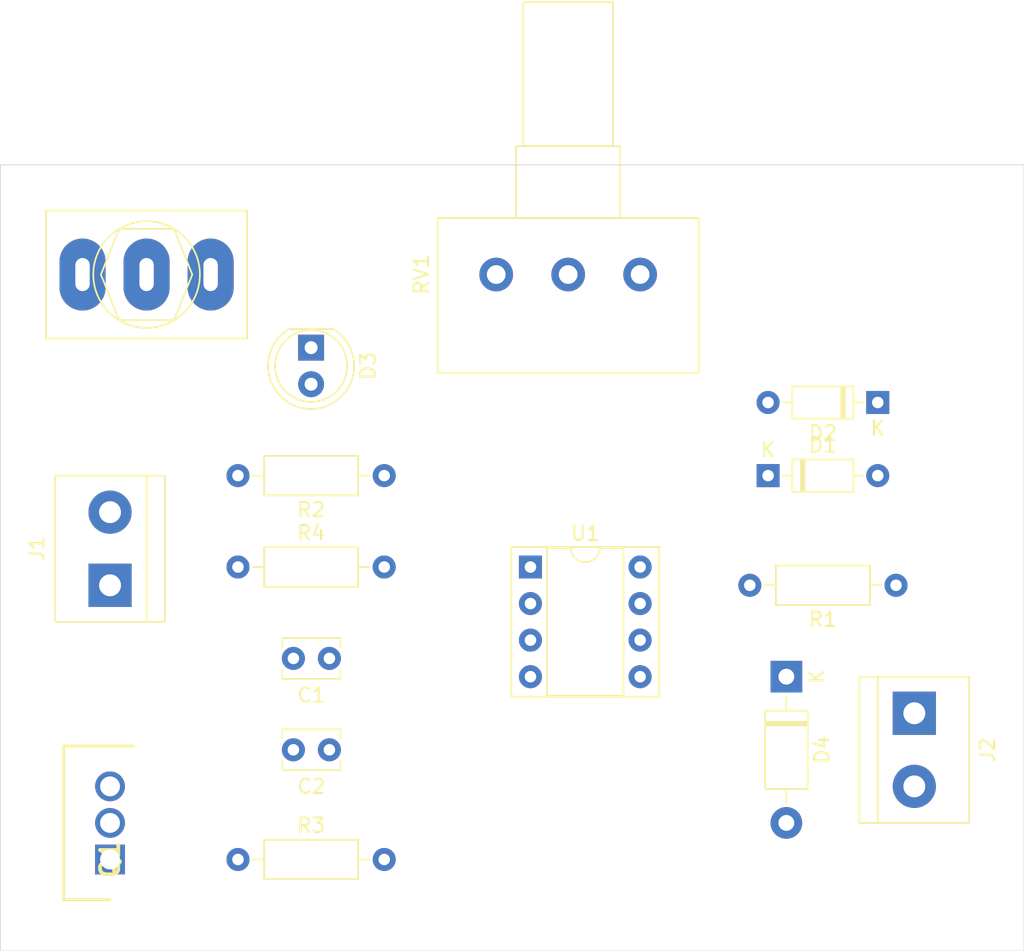
<source format=kicad_pcb>
(kicad_pcb (version 20171130) (host pcbnew "(5.1.9)-1")

  (general
    (thickness 1.6)
    (drawings 4)
    (tracks 0)
    (zones 0)
    (modules 16)
    (nets 14)
  )

  (page A4)
  (title_block
    (title "Mouse Jiggler PWM")
    (date 2022-05-28)
    (comment 3 "License: MIT")
    (comment 4 "Author: Barrett Otte")
  )

  (layers
    (0 F.Cu signal)
    (31 B.Cu signal)
    (32 B.Adhes user)
    (33 F.Adhes user)
    (34 B.Paste user)
    (35 F.Paste user)
    (36 B.SilkS user)
    (37 F.SilkS user)
    (38 B.Mask user)
    (39 F.Mask user)
    (40 Dwgs.User user)
    (41 Cmts.User user)
    (42 Eco1.User user)
    (43 Eco2.User user)
    (44 Edge.Cuts user)
    (45 Margin user)
    (46 B.CrtYd user)
    (47 F.CrtYd user)
    (48 B.Fab user)
    (49 F.Fab user)
  )

  (setup
    (last_trace_width 0.25)
    (trace_clearance 0.2)
    (zone_clearance 0.508)
    (zone_45_only no)
    (trace_min 0.2)
    (via_size 0.8)
    (via_drill 0.4)
    (via_min_size 0.5)
    (via_min_drill 0.2)
    (uvia_size 0.8)
    (uvia_drill 0.4)
    (uvias_allowed no)
    (uvia_min_size 0.4)
    (uvia_min_drill 0.2)
    (edge_width 0.05)
    (segment_width 0.2)
    (pcb_text_width 0.3)
    (pcb_text_size 1.5 1.5)
    (mod_edge_width 0.12)
    (mod_text_size 1 1)
    (mod_text_width 0.15)
    (pad_size 1.524 1.524)
    (pad_drill 0.762)
    (pad_to_mask_clearance 0.05)
    (solder_mask_min_width 0.2)
    (aux_axis_origin 0 0)
    (visible_elements FFFFFF7F)
    (pcbplotparams
      (layerselection 0x010fc_ffffffff)
      (usegerberextensions false)
      (usegerberattributes true)
      (usegerberadvancedattributes true)
      (creategerberjobfile true)
      (excludeedgelayer true)
      (linewidth 0.100000)
      (plotframeref false)
      (viasonmask false)
      (mode 1)
      (useauxorigin false)
      (hpglpennumber 1)
      (hpglpenspeed 20)
      (hpglpendiameter 15.000000)
      (psnegative false)
      (psa4output false)
      (plotreference true)
      (plotvalue true)
      (plotinvisibletext false)
      (padsonsilk false)
      (subtractmaskfromsilk false)
      (outputformat 1)
      (mirror false)
      (drillshape 1)
      (scaleselection 1)
      (outputdirectory ""))
  )

  (net 0 "")
  (net 1 "Net-(C1-Pad1)")
  (net 2 GND)
  (net 3 "Net-(C2-Pad1)")
  (net 4 "Net-(D1-Pad1)")
  (net 5 "Net-(D1-Pad2)")
  (net 6 "Net-(D2-Pad2)")
  (net 7 "Net-(D3-Pad1)")
  (net 8 "Net-(D3-Pad2)")
  (net 9 "Net-(D4-Pad2)")
  (net 10 "Net-(J1-Pad2)")
  (net 11 "Net-(R3-Pad2)")
  (net 12 "Net-(Q1-Pad1)")
  (net 13 "Net-(SW1-Pad3)")

  (net_class Default "This is the default net class."
    (clearance 0.2)
    (trace_width 0.25)
    (via_dia 0.8)
    (via_drill 0.4)
    (uvia_dia 0.8)
    (uvia_drill 0.4)
    (add_net GND)
    (add_net "Net-(C1-Pad1)")
    (add_net "Net-(C2-Pad1)")
    (add_net "Net-(D1-Pad1)")
    (add_net "Net-(D1-Pad2)")
    (add_net "Net-(D2-Pad2)")
    (add_net "Net-(D3-Pad1)")
    (add_net "Net-(D3-Pad2)")
    (add_net "Net-(D4-Pad2)")
    (add_net "Net-(J1-Pad2)")
    (add_net "Net-(Q1-Pad1)")
    (add_net "Net-(R3-Pad2)")
    (add_net "Net-(SW1-Pad3)")
  )

  (module Capacitor_THT:C_Disc_D3.8mm_W2.6mm_P2.50mm (layer F.Cu) (tedit 5AE50EF0) (tstamp 6293FF0A)
    (at 134.62 105.41 180)
    (descr "C, Disc series, Radial, pin pitch=2.50mm, , diameter*width=3.8*2.6mm^2, Capacitor, http://www.vishay.com/docs/45233/krseries.pdf")
    (tags "C Disc series Radial pin pitch 2.50mm  diameter 3.8mm width 2.6mm Capacitor")
    (path /6293ED14)
    (fp_text reference C1 (at 1.25 -2.55) (layer F.SilkS)
      (effects (font (size 1 1) (thickness 0.15)))
    )
    (fp_text value 10n (at 1.25 2.55) (layer F.Fab)
      (effects (font (size 1 1) (thickness 0.15)))
    )
    (fp_line (start 3.55 -1.55) (end -1.05 -1.55) (layer F.CrtYd) (width 0.05))
    (fp_line (start 3.55 1.55) (end 3.55 -1.55) (layer F.CrtYd) (width 0.05))
    (fp_line (start -1.05 1.55) (end 3.55 1.55) (layer F.CrtYd) (width 0.05))
    (fp_line (start -1.05 -1.55) (end -1.05 1.55) (layer F.CrtYd) (width 0.05))
    (fp_line (start 3.27 0.795) (end 3.27 1.42) (layer F.SilkS) (width 0.12))
    (fp_line (start 3.27 -1.42) (end 3.27 -0.795) (layer F.SilkS) (width 0.12))
    (fp_line (start -0.77 0.795) (end -0.77 1.42) (layer F.SilkS) (width 0.12))
    (fp_line (start -0.77 -1.42) (end -0.77 -0.795) (layer F.SilkS) (width 0.12))
    (fp_line (start -0.77 1.42) (end 3.27 1.42) (layer F.SilkS) (width 0.12))
    (fp_line (start -0.77 -1.42) (end 3.27 -1.42) (layer F.SilkS) (width 0.12))
    (fp_line (start 3.15 -1.3) (end -0.65 -1.3) (layer F.Fab) (width 0.1))
    (fp_line (start 3.15 1.3) (end 3.15 -1.3) (layer F.Fab) (width 0.1))
    (fp_line (start -0.65 1.3) (end 3.15 1.3) (layer F.Fab) (width 0.1))
    (fp_line (start -0.65 -1.3) (end -0.65 1.3) (layer F.Fab) (width 0.1))
    (fp_text user %R (at 1.25 0) (layer F.Fab)
      (effects (font (size 0.76 0.76) (thickness 0.114)))
    )
    (pad 1 thru_hole circle (at 0 0 180) (size 1.6 1.6) (drill 0.8) (layers *.Cu *.Mask)
      (net 1 "Net-(C1-Pad1)"))
    (pad 2 thru_hole circle (at 2.5 0 180) (size 1.6 1.6) (drill 0.8) (layers *.Cu *.Mask)
      (net 2 GND))
    (model ${KISYS3DMOD}/Capacitor_THT.3dshapes/C_Disc_D3.8mm_W2.6mm_P2.50mm.wrl
      (at (xyz 0 0 0))
      (scale (xyz 1 1 1))
      (rotate (xyz 0 0 0))
    )
  )

  (module Capacitor_THT:C_Disc_D3.8mm_W2.6mm_P2.50mm (layer F.Cu) (tedit 5AE50EF0) (tstamp 6294012B)
    (at 134.62 111.76 180)
    (descr "C, Disc series, Radial, pin pitch=2.50mm, , diameter*width=3.8*2.6mm^2, Capacitor, http://www.vishay.com/docs/45233/krseries.pdf")
    (tags "C Disc series Radial pin pitch 2.50mm  diameter 3.8mm width 2.6mm Capacitor")
    (path /6293D3D9)
    (fp_text reference C2 (at 1.25 -2.55) (layer F.SilkS)
      (effects (font (size 1 1) (thickness 0.15)))
    )
    (fp_text value 0.1u (at 1.25 2.55) (layer F.Fab)
      (effects (font (size 1 1) (thickness 0.15)))
    )
    (fp_text user %R (at 1.25 0) (layer F.Fab)
      (effects (font (size 0.76 0.76) (thickness 0.114)))
    )
    (fp_line (start -0.65 -1.3) (end -0.65 1.3) (layer F.Fab) (width 0.1))
    (fp_line (start -0.65 1.3) (end 3.15 1.3) (layer F.Fab) (width 0.1))
    (fp_line (start 3.15 1.3) (end 3.15 -1.3) (layer F.Fab) (width 0.1))
    (fp_line (start 3.15 -1.3) (end -0.65 -1.3) (layer F.Fab) (width 0.1))
    (fp_line (start -0.77 -1.42) (end 3.27 -1.42) (layer F.SilkS) (width 0.12))
    (fp_line (start -0.77 1.42) (end 3.27 1.42) (layer F.SilkS) (width 0.12))
    (fp_line (start -0.77 -1.42) (end -0.77 -0.795) (layer F.SilkS) (width 0.12))
    (fp_line (start -0.77 0.795) (end -0.77 1.42) (layer F.SilkS) (width 0.12))
    (fp_line (start 3.27 -1.42) (end 3.27 -0.795) (layer F.SilkS) (width 0.12))
    (fp_line (start 3.27 0.795) (end 3.27 1.42) (layer F.SilkS) (width 0.12))
    (fp_line (start -1.05 -1.55) (end -1.05 1.55) (layer F.CrtYd) (width 0.05))
    (fp_line (start -1.05 1.55) (end 3.55 1.55) (layer F.CrtYd) (width 0.05))
    (fp_line (start 3.55 1.55) (end 3.55 -1.55) (layer F.CrtYd) (width 0.05))
    (fp_line (start 3.55 -1.55) (end -1.05 -1.55) (layer F.CrtYd) (width 0.05))
    (pad 2 thru_hole circle (at 2.5 0 180) (size 1.6 1.6) (drill 0.8) (layers *.Cu *.Mask)
      (net 2 GND))
    (pad 1 thru_hole circle (at 0 0 180) (size 1.6 1.6) (drill 0.8) (layers *.Cu *.Mask)
      (net 3 "Net-(C2-Pad1)"))
    (model ${KISYS3DMOD}/Capacitor_THT.3dshapes/C_Disc_D3.8mm_W2.6mm_P2.50mm.wrl
      (at (xyz 0 0 0))
      (scale (xyz 1 1 1))
      (rotate (xyz 0 0 0))
    )
  )

  (module Diode_THT:D_DO-35_SOD27_P7.62mm_Horizontal (layer F.Cu) (tedit 5AE50CD5) (tstamp 6293FDC5)
    (at 165.1 92.71)
    (descr "Diode, DO-35_SOD27 series, Axial, Horizontal, pin pitch=7.62mm, , length*diameter=4*2mm^2, , http://www.diodes.com/_files/packages/DO-35.pdf")
    (tags "Diode DO-35_SOD27 series Axial Horizontal pin pitch 7.62mm  length 4mm diameter 2mm")
    (path /62942D93)
    (fp_text reference D1 (at 3.81 -2.12) (layer F.SilkS)
      (effects (font (size 1 1) (thickness 0.15)))
    )
    (fp_text value 1N4148 (at 3.81 2.12) (layer F.Fab)
      (effects (font (size 1 1) (thickness 0.15)))
    )
    (fp_line (start 8.67 -1.25) (end -1.05 -1.25) (layer F.CrtYd) (width 0.05))
    (fp_line (start 8.67 1.25) (end 8.67 -1.25) (layer F.CrtYd) (width 0.05))
    (fp_line (start -1.05 1.25) (end 8.67 1.25) (layer F.CrtYd) (width 0.05))
    (fp_line (start -1.05 -1.25) (end -1.05 1.25) (layer F.CrtYd) (width 0.05))
    (fp_line (start 2.29 -1.12) (end 2.29 1.12) (layer F.SilkS) (width 0.12))
    (fp_line (start 2.53 -1.12) (end 2.53 1.12) (layer F.SilkS) (width 0.12))
    (fp_line (start 2.41 -1.12) (end 2.41 1.12) (layer F.SilkS) (width 0.12))
    (fp_line (start 6.58 0) (end 5.93 0) (layer F.SilkS) (width 0.12))
    (fp_line (start 1.04 0) (end 1.69 0) (layer F.SilkS) (width 0.12))
    (fp_line (start 5.93 -1.12) (end 1.69 -1.12) (layer F.SilkS) (width 0.12))
    (fp_line (start 5.93 1.12) (end 5.93 -1.12) (layer F.SilkS) (width 0.12))
    (fp_line (start 1.69 1.12) (end 5.93 1.12) (layer F.SilkS) (width 0.12))
    (fp_line (start 1.69 -1.12) (end 1.69 1.12) (layer F.SilkS) (width 0.12))
    (fp_line (start 2.31 -1) (end 2.31 1) (layer F.Fab) (width 0.1))
    (fp_line (start 2.51 -1) (end 2.51 1) (layer F.Fab) (width 0.1))
    (fp_line (start 2.41 -1) (end 2.41 1) (layer F.Fab) (width 0.1))
    (fp_line (start 7.62 0) (end 5.81 0) (layer F.Fab) (width 0.1))
    (fp_line (start 0 0) (end 1.81 0) (layer F.Fab) (width 0.1))
    (fp_line (start 5.81 -1) (end 1.81 -1) (layer F.Fab) (width 0.1))
    (fp_line (start 5.81 1) (end 5.81 -1) (layer F.Fab) (width 0.1))
    (fp_line (start 1.81 1) (end 5.81 1) (layer F.Fab) (width 0.1))
    (fp_line (start 1.81 -1) (end 1.81 1) (layer F.Fab) (width 0.1))
    (fp_text user %R (at 4.11 0) (layer F.Fab)
      (effects (font (size 0.8 0.8) (thickness 0.12)))
    )
    (fp_text user K (at 0 -1.8) (layer F.Fab)
      (effects (font (size 1 1) (thickness 0.15)))
    )
    (fp_text user K (at 0 -1.8) (layer F.SilkS)
      (effects (font (size 1 1) (thickness 0.15)))
    )
    (pad 1 thru_hole rect (at 0 0) (size 1.6 1.6) (drill 0.8) (layers *.Cu *.Mask)
      (net 4 "Net-(D1-Pad1)"))
    (pad 2 thru_hole oval (at 7.62 0) (size 1.6 1.6) (drill 0.8) (layers *.Cu *.Mask)
      (net 5 "Net-(D1-Pad2)"))
    (model ${KISYS3DMOD}/Diode_THT.3dshapes/D_DO-35_SOD27_P7.62mm_Horizontal.wrl
      (at (xyz 0 0 0))
      (scale (xyz 1 1 1))
      (rotate (xyz 0 0 0))
    )
  )

  (module Diode_THT:D_DO-35_SOD27_P7.62mm_Horizontal (layer F.Cu) (tedit 5AE50CD5) (tstamp 6293E642)
    (at 172.72 87.63 180)
    (descr "Diode, DO-35_SOD27 series, Axial, Horizontal, pin pitch=7.62mm, , length*diameter=4*2mm^2, , http://www.diodes.com/_files/packages/DO-35.pdf")
    (tags "Diode DO-35_SOD27 series Axial Horizontal pin pitch 7.62mm  length 4mm diameter 2mm")
    (path /6294585B)
    (fp_text reference D2 (at 3.81 -2.12) (layer F.SilkS)
      (effects (font (size 1 1) (thickness 0.15)))
    )
    (fp_text value 1N4148 (at 3.81 2.12) (layer F.Fab)
      (effects (font (size 1 1) (thickness 0.15)))
    )
    (fp_text user K (at 0 -1.8) (layer F.SilkS)
      (effects (font (size 1 1) (thickness 0.15)))
    )
    (fp_text user K (at 0 -1.8) (layer F.Fab)
      (effects (font (size 1 1) (thickness 0.15)))
    )
    (fp_text user %R (at 4.11 0 180) (layer F.Fab)
      (effects (font (size 0.8 0.8) (thickness 0.12)))
    )
    (fp_line (start 1.81 -1) (end 1.81 1) (layer F.Fab) (width 0.1))
    (fp_line (start 1.81 1) (end 5.81 1) (layer F.Fab) (width 0.1))
    (fp_line (start 5.81 1) (end 5.81 -1) (layer F.Fab) (width 0.1))
    (fp_line (start 5.81 -1) (end 1.81 -1) (layer F.Fab) (width 0.1))
    (fp_line (start 0 0) (end 1.81 0) (layer F.Fab) (width 0.1))
    (fp_line (start 7.62 0) (end 5.81 0) (layer F.Fab) (width 0.1))
    (fp_line (start 2.41 -1) (end 2.41 1) (layer F.Fab) (width 0.1))
    (fp_line (start 2.51 -1) (end 2.51 1) (layer F.Fab) (width 0.1))
    (fp_line (start 2.31 -1) (end 2.31 1) (layer F.Fab) (width 0.1))
    (fp_line (start 1.69 -1.12) (end 1.69 1.12) (layer F.SilkS) (width 0.12))
    (fp_line (start 1.69 1.12) (end 5.93 1.12) (layer F.SilkS) (width 0.12))
    (fp_line (start 5.93 1.12) (end 5.93 -1.12) (layer F.SilkS) (width 0.12))
    (fp_line (start 5.93 -1.12) (end 1.69 -1.12) (layer F.SilkS) (width 0.12))
    (fp_line (start 1.04 0) (end 1.69 0) (layer F.SilkS) (width 0.12))
    (fp_line (start 6.58 0) (end 5.93 0) (layer F.SilkS) (width 0.12))
    (fp_line (start 2.41 -1.12) (end 2.41 1.12) (layer F.SilkS) (width 0.12))
    (fp_line (start 2.53 -1.12) (end 2.53 1.12) (layer F.SilkS) (width 0.12))
    (fp_line (start 2.29 -1.12) (end 2.29 1.12) (layer F.SilkS) (width 0.12))
    (fp_line (start -1.05 -1.25) (end -1.05 1.25) (layer F.CrtYd) (width 0.05))
    (fp_line (start -1.05 1.25) (end 8.67 1.25) (layer F.CrtYd) (width 0.05))
    (fp_line (start 8.67 1.25) (end 8.67 -1.25) (layer F.CrtYd) (width 0.05))
    (fp_line (start 8.67 -1.25) (end -1.05 -1.25) (layer F.CrtYd) (width 0.05))
    (pad 2 thru_hole oval (at 7.62 0 180) (size 1.6 1.6) (drill 0.8) (layers *.Cu *.Mask)
      (net 6 "Net-(D2-Pad2)"))
    (pad 1 thru_hole rect (at 0 0 180) (size 1.6 1.6) (drill 0.8) (layers *.Cu *.Mask)
      (net 5 "Net-(D1-Pad2)"))
    (model ${KISYS3DMOD}/Diode_THT.3dshapes/D_DO-35_SOD27_P7.62mm_Horizontal.wrl
      (at (xyz 0 0 0))
      (scale (xyz 1 1 1))
      (rotate (xyz 0 0 0))
    )
  )

  (module LED_THT:LED_D5.0mm (layer F.Cu) (tedit 5995936A) (tstamp 62939C26)
    (at 133.35 83.82 270)
    (descr "LED, diameter 5.0mm, 2 pins, http://cdn-reichelt.de/documents/datenblatt/A500/LL-504BC2E-009.pdf")
    (tags "LED diameter 5.0mm 2 pins")
    (path /62919DFD)
    (fp_text reference D3 (at 1.27 -3.96 90) (layer F.SilkS)
      (effects (font (size 1 1) (thickness 0.15)))
    )
    (fp_text value RED (at 1.27 3.96 90) (layer F.Fab)
      (effects (font (size 1 1) (thickness 0.15)))
    )
    (fp_line (start 4.5 -3.25) (end -1.95 -3.25) (layer F.CrtYd) (width 0.05))
    (fp_line (start 4.5 3.25) (end 4.5 -3.25) (layer F.CrtYd) (width 0.05))
    (fp_line (start -1.95 3.25) (end 4.5 3.25) (layer F.CrtYd) (width 0.05))
    (fp_line (start -1.95 -3.25) (end -1.95 3.25) (layer F.CrtYd) (width 0.05))
    (fp_line (start -1.29 -1.545) (end -1.29 1.545) (layer F.SilkS) (width 0.12))
    (fp_line (start -1.23 -1.469694) (end -1.23 1.469694) (layer F.Fab) (width 0.1))
    (fp_circle (center 1.27 0) (end 3.77 0) (layer F.SilkS) (width 0.12))
    (fp_circle (center 1.27 0) (end 3.77 0) (layer F.Fab) (width 0.1))
    (fp_arc (start 1.27 0) (end -1.23 -1.469694) (angle 299.1) (layer F.Fab) (width 0.1))
    (fp_arc (start 1.27 0) (end -1.29 -1.54483) (angle 148.9) (layer F.SilkS) (width 0.12))
    (fp_arc (start 1.27 0) (end -1.29 1.54483) (angle -148.9) (layer F.SilkS) (width 0.12))
    (fp_text user %R (at 1.25 0 90) (layer F.Fab)
      (effects (font (size 0.8 0.8) (thickness 0.2)))
    )
    (pad 1 thru_hole rect (at 0 0 270) (size 1.8 1.8) (drill 0.9) (layers *.Cu *.Mask)
      (net 7 "Net-(D3-Pad1)"))
    (pad 2 thru_hole circle (at 2.54 0 270) (size 1.8 1.8) (drill 0.9) (layers *.Cu *.Mask)
      (net 8 "Net-(D3-Pad2)"))
    (model ${KISYS3DMOD}/LED_THT.3dshapes/LED_D5.0mm.wrl
      (at (xyz 0 0 0))
      (scale (xyz 1 1 1))
      (rotate (xyz 0 0 0))
    )
  )

  (module Diode_THT:D_DO-41_SOD81_P10.16mm_Horizontal (layer F.Cu) (tedit 5AE50CD5) (tstamp 62940B91)
    (at 166.37 106.68 270)
    (descr "Diode, DO-41_SOD81 series, Axial, Horizontal, pin pitch=10.16mm, , length*diameter=5.2*2.7mm^2, , http://www.diodes.com/_files/packages/DO-41%20(Plastic).pdf")
    (tags "Diode DO-41_SOD81 series Axial Horizontal pin pitch 10.16mm  length 5.2mm diameter 2.7mm")
    (path /62932698)
    (fp_text reference D4 (at 5.08 -2.47 90) (layer F.SilkS)
      (effects (font (size 1 1) (thickness 0.15)))
    )
    (fp_text value 1N47xxA (at 5.08 2.47 90) (layer F.Fab)
      (effects (font (size 1 1) (thickness 0.15)))
    )
    (fp_line (start 11.51 -1.6) (end -1.35 -1.6) (layer F.CrtYd) (width 0.05))
    (fp_line (start 11.51 1.6) (end 11.51 -1.6) (layer F.CrtYd) (width 0.05))
    (fp_line (start -1.35 1.6) (end 11.51 1.6) (layer F.CrtYd) (width 0.05))
    (fp_line (start -1.35 -1.6) (end -1.35 1.6) (layer F.CrtYd) (width 0.05))
    (fp_line (start 3.14 -1.47) (end 3.14 1.47) (layer F.SilkS) (width 0.12))
    (fp_line (start 3.38 -1.47) (end 3.38 1.47) (layer F.SilkS) (width 0.12))
    (fp_line (start 3.26 -1.47) (end 3.26 1.47) (layer F.SilkS) (width 0.12))
    (fp_line (start 8.82 0) (end 7.8 0) (layer F.SilkS) (width 0.12))
    (fp_line (start 1.34 0) (end 2.36 0) (layer F.SilkS) (width 0.12))
    (fp_line (start 7.8 -1.47) (end 2.36 -1.47) (layer F.SilkS) (width 0.12))
    (fp_line (start 7.8 1.47) (end 7.8 -1.47) (layer F.SilkS) (width 0.12))
    (fp_line (start 2.36 1.47) (end 7.8 1.47) (layer F.SilkS) (width 0.12))
    (fp_line (start 2.36 -1.47) (end 2.36 1.47) (layer F.SilkS) (width 0.12))
    (fp_line (start 3.16 -1.35) (end 3.16 1.35) (layer F.Fab) (width 0.1))
    (fp_line (start 3.36 -1.35) (end 3.36 1.35) (layer F.Fab) (width 0.1))
    (fp_line (start 3.26 -1.35) (end 3.26 1.35) (layer F.Fab) (width 0.1))
    (fp_line (start 10.16 0) (end 7.68 0) (layer F.Fab) (width 0.1))
    (fp_line (start 0 0) (end 2.48 0) (layer F.Fab) (width 0.1))
    (fp_line (start 7.68 -1.35) (end 2.48 -1.35) (layer F.Fab) (width 0.1))
    (fp_line (start 7.68 1.35) (end 7.68 -1.35) (layer F.Fab) (width 0.1))
    (fp_line (start 2.48 1.35) (end 7.68 1.35) (layer F.Fab) (width 0.1))
    (fp_line (start 2.48 -1.35) (end 2.48 1.35) (layer F.Fab) (width 0.1))
    (fp_text user %R (at 5.47 0 90) (layer F.Fab)
      (effects (font (size 1 1) (thickness 0.15)))
    )
    (fp_text user K (at 0 -2.1 90) (layer F.Fab)
      (effects (font (size 1 1) (thickness 0.15)))
    )
    (fp_text user K (at 0 -2.1 90) (layer F.SilkS)
      (effects (font (size 1 1) (thickness 0.15)))
    )
    (pad 1 thru_hole rect (at 0 0 270) (size 2.2 2.2) (drill 1.1) (layers *.Cu *.Mask)
      (net 7 "Net-(D3-Pad1)"))
    (pad 2 thru_hole oval (at 10.16 0 270) (size 2.2 2.2) (drill 1.1) (layers *.Cu *.Mask)
      (net 9 "Net-(D4-Pad2)"))
    (model ${KISYS3DMOD}/Diode_THT.3dshapes/D_DO-41_SOD81_P10.16mm_Horizontal.wrl
      (at (xyz 0 0 0))
      (scale (xyz 1 1 1))
      (rotate (xyz 0 0 0))
    )
  )

  (module TerminalBlock:TerminalBlock_bornier-2_P5.08mm (layer F.Cu) (tedit 59FF03AB) (tstamp 629370F1)
    (at 119.38 100.33 90)
    (descr "simple 2-pin terminal block, pitch 5.08mm, revamped version of bornier2")
    (tags "terminal block bornier2")
    (path /62913B9F)
    (fp_text reference J1 (at 2.54 -5.08 90) (layer F.SilkS)
      (effects (font (size 1 1) (thickness 0.15)))
    )
    (fp_text value Screw_Terminal_01x02 (at 2.54 5.08 90) (layer F.Fab)
      (effects (font (size 1 1) (thickness 0.15)))
    )
    (fp_line (start 7.79 4) (end -2.71 4) (layer F.CrtYd) (width 0.05))
    (fp_line (start 7.79 4) (end 7.79 -4) (layer F.CrtYd) (width 0.05))
    (fp_line (start -2.71 -4) (end -2.71 4) (layer F.CrtYd) (width 0.05))
    (fp_line (start -2.71 -4) (end 7.79 -4) (layer F.CrtYd) (width 0.05))
    (fp_line (start -2.54 3.81) (end 7.62 3.81) (layer F.SilkS) (width 0.12))
    (fp_line (start -2.54 -3.81) (end -2.54 3.81) (layer F.SilkS) (width 0.12))
    (fp_line (start 7.62 -3.81) (end -2.54 -3.81) (layer F.SilkS) (width 0.12))
    (fp_line (start 7.62 3.81) (end 7.62 -3.81) (layer F.SilkS) (width 0.12))
    (fp_line (start 7.62 2.54) (end -2.54 2.54) (layer F.SilkS) (width 0.12))
    (fp_line (start 7.54 -3.75) (end -2.46 -3.75) (layer F.Fab) (width 0.1))
    (fp_line (start 7.54 3.75) (end 7.54 -3.75) (layer F.Fab) (width 0.1))
    (fp_line (start -2.46 3.75) (end 7.54 3.75) (layer F.Fab) (width 0.1))
    (fp_line (start -2.46 -3.75) (end -2.46 3.75) (layer F.Fab) (width 0.1))
    (fp_line (start -2.41 2.55) (end 7.49 2.55) (layer F.Fab) (width 0.1))
    (fp_text user %R (at 2.54 0 90) (layer F.Fab)
      (effects (font (size 1 1) (thickness 0.15)))
    )
    (pad 1 thru_hole rect (at 0 0 90) (size 3 3) (drill 1.52) (layers *.Cu *.Mask)
      (net 2 GND))
    (pad 2 thru_hole circle (at 5.08 0 90) (size 3 3) (drill 1.52) (layers *.Cu *.Mask)
      (net 10 "Net-(J1-Pad2)"))
    (model ${KISYS3DMOD}/TerminalBlock.3dshapes/TerminalBlock_bornier-2_P5.08mm.wrl
      (offset (xyz 2.539999961853027 0 0))
      (scale (xyz 1 1 1))
      (rotate (xyz 0 0 0))
    )
  )

  (module TerminalBlock:TerminalBlock_bornier-2_P5.08mm (layer F.Cu) (tedit 59FF03AB) (tstamp 6293705B)
    (at 175.26 109.22 270)
    (descr "simple 2-pin terminal block, pitch 5.08mm, revamped version of bornier2")
    (tags "terminal block bornier2")
    (path /6295F6DA)
    (fp_text reference J2 (at 2.54 -5.08 90) (layer F.SilkS)
      (effects (font (size 1 1) (thickness 0.15)))
    )
    (fp_text value Screw_Terminal_01x02 (at 2.54 5.08 90) (layer F.Fab)
      (effects (font (size 1 1) (thickness 0.15)))
    )
    (fp_text user %R (at 2.54 0 90) (layer F.Fab)
      (effects (font (size 1 1) (thickness 0.15)))
    )
    (fp_line (start -2.41 2.55) (end 7.49 2.55) (layer F.Fab) (width 0.1))
    (fp_line (start -2.46 -3.75) (end -2.46 3.75) (layer F.Fab) (width 0.1))
    (fp_line (start -2.46 3.75) (end 7.54 3.75) (layer F.Fab) (width 0.1))
    (fp_line (start 7.54 3.75) (end 7.54 -3.75) (layer F.Fab) (width 0.1))
    (fp_line (start 7.54 -3.75) (end -2.46 -3.75) (layer F.Fab) (width 0.1))
    (fp_line (start 7.62 2.54) (end -2.54 2.54) (layer F.SilkS) (width 0.12))
    (fp_line (start 7.62 3.81) (end 7.62 -3.81) (layer F.SilkS) (width 0.12))
    (fp_line (start 7.62 -3.81) (end -2.54 -3.81) (layer F.SilkS) (width 0.12))
    (fp_line (start -2.54 -3.81) (end -2.54 3.81) (layer F.SilkS) (width 0.12))
    (fp_line (start -2.54 3.81) (end 7.62 3.81) (layer F.SilkS) (width 0.12))
    (fp_line (start -2.71 -4) (end 7.79 -4) (layer F.CrtYd) (width 0.05))
    (fp_line (start -2.71 -4) (end -2.71 4) (layer F.CrtYd) (width 0.05))
    (fp_line (start 7.79 4) (end 7.79 -4) (layer F.CrtYd) (width 0.05))
    (fp_line (start 7.79 4) (end -2.71 4) (layer F.CrtYd) (width 0.05))
    (pad 2 thru_hole circle (at 5.08 0 270) (size 3 3) (drill 1.52) (layers *.Cu *.Mask)
      (net 9 "Net-(D4-Pad2)"))
    (pad 1 thru_hole rect (at 0 0 270) (size 3 3) (drill 1.52) (layers *.Cu *.Mask)
      (net 7 "Net-(D3-Pad1)"))
    (model ${KISYS3DMOD}/TerminalBlock.3dshapes/TerminalBlock_bornier-2_P5.08mm.wrl
      (offset (xyz 2.539999961853027 0 0))
      (scale (xyz 1 1 1))
      (rotate (xyz 0 0 0))
    )
  )

  (module IRFZ44NPBF:TO254P483X1016X1994-3P (layer F.Cu) (tedit 0) (tstamp 6293965D)
    (at 119.38 119.38 90)
    (descr TO-220AB)
    (tags "MOSFET (N-Channel)")
    (path /6292C446)
    (fp_text reference Q1 (at 0 0 90) (layer F.SilkS)
      (effects (font (size 1.27 1.27) (thickness 0.254)))
    )
    (fp_text value IRFZ44NPBF (at 0 0 90) (layer F.SilkS) hide
      (effects (font (size 1.27 1.27) (thickness 0.254)))
    )
    (fp_line (start -2.795 -3.225) (end -2.795 0) (layer F.SilkS) (width 0.2))
    (fp_line (start 7.875 -3.225) (end -2.795 -3.225) (layer F.SilkS) (width 0.2))
    (fp_line (start 7.875 1.605) (end 7.875 -3.225) (layer F.SilkS) (width 0.2))
    (fp_line (start -2.795 -1.955) (end -1.525 -3.225) (layer F.Fab) (width 0.1))
    (fp_line (start -2.795 1.605) (end -2.795 -3.225) (layer F.Fab) (width 0.1))
    (fp_line (start 7.875 1.605) (end -2.795 1.605) (layer F.Fab) (width 0.1))
    (fp_line (start 7.875 -3.225) (end 7.875 1.605) (layer F.Fab) (width 0.1))
    (fp_line (start -2.795 -3.225) (end 7.875 -3.225) (layer F.Fab) (width 0.1))
    (fp_line (start -3.045 1.855) (end -3.045 -3.475) (layer F.CrtYd) (width 0.05))
    (fp_line (start 8.125 1.855) (end -3.045 1.855) (layer F.CrtYd) (width 0.05))
    (fp_line (start 8.125 -3.475) (end 8.125 1.855) (layer F.CrtYd) (width 0.05))
    (fp_line (start -3.045 -3.475) (end 8.125 -3.475) (layer F.CrtYd) (width 0.05))
    (fp_text user %R (at 0 0 90) (layer F.Fab)
      (effects (font (size 1.27 1.27) (thickness 0.254)))
    )
    (pad 1 thru_hole rect (at 0 0 90) (size 2.07 2.07) (drill 1.38) (layers *.Cu *.Mask)
      (net 12 "Net-(Q1-Pad1)"))
    (pad 2 thru_hole circle (at 2.54 0 90) (size 2.07 2.07) (drill 1.38) (layers *.Cu *.Mask)
      (net 9 "Net-(D4-Pad2)"))
    (pad 3 thru_hole circle (at 5.08 0 90) (size 2.07 2.07) (drill 1.38) (layers *.Cu *.Mask)
      (net 2 GND))
    (model IRFZ44NPBF.stp
      (at (xyz 0 0 0))
      (scale (xyz 1 1 1))
      (rotate (xyz 0 0 0))
    )
  )

  (module Resistor_THT:R_Axial_DIN0207_L6.3mm_D2.5mm_P10.16mm_Horizontal (layer F.Cu) (tedit 5AE5139B) (tstamp 6293F8AE)
    (at 173.99 100.33 180)
    (descr "Resistor, Axial_DIN0207 series, Axial, Horizontal, pin pitch=10.16mm, 0.25W = 1/4W, length*diameter=6.3*2.5mm^2, http://cdn-reichelt.de/documents/datenblatt/B400/1_4W%23YAG.pdf")
    (tags "Resistor Axial_DIN0207 series Axial Horizontal pin pitch 10.16mm 0.25W = 1/4W length 6.3mm diameter 2.5mm")
    (path /6293FC71)
    (fp_text reference R1 (at 5.08 -2.37) (layer F.SilkS)
      (effects (font (size 1 1) (thickness 0.15)))
    )
    (fp_text value 1K (at 5.08 2.37) (layer F.Fab)
      (effects (font (size 1 1) (thickness 0.15)))
    )
    (fp_text user %R (at 5.08 0) (layer F.Fab)
      (effects (font (size 1 1) (thickness 0.15)))
    )
    (fp_line (start 1.93 -1.25) (end 1.93 1.25) (layer F.Fab) (width 0.1))
    (fp_line (start 1.93 1.25) (end 8.23 1.25) (layer F.Fab) (width 0.1))
    (fp_line (start 8.23 1.25) (end 8.23 -1.25) (layer F.Fab) (width 0.1))
    (fp_line (start 8.23 -1.25) (end 1.93 -1.25) (layer F.Fab) (width 0.1))
    (fp_line (start 0 0) (end 1.93 0) (layer F.Fab) (width 0.1))
    (fp_line (start 10.16 0) (end 8.23 0) (layer F.Fab) (width 0.1))
    (fp_line (start 1.81 -1.37) (end 1.81 1.37) (layer F.SilkS) (width 0.12))
    (fp_line (start 1.81 1.37) (end 8.35 1.37) (layer F.SilkS) (width 0.12))
    (fp_line (start 8.35 1.37) (end 8.35 -1.37) (layer F.SilkS) (width 0.12))
    (fp_line (start 8.35 -1.37) (end 1.81 -1.37) (layer F.SilkS) (width 0.12))
    (fp_line (start 1.04 0) (end 1.81 0) (layer F.SilkS) (width 0.12))
    (fp_line (start 9.12 0) (end 8.35 0) (layer F.SilkS) (width 0.12))
    (fp_line (start -1.05 -1.5) (end -1.05 1.5) (layer F.CrtYd) (width 0.05))
    (fp_line (start -1.05 1.5) (end 11.21 1.5) (layer F.CrtYd) (width 0.05))
    (fp_line (start 11.21 1.5) (end 11.21 -1.5) (layer F.CrtYd) (width 0.05))
    (fp_line (start 11.21 -1.5) (end -1.05 -1.5) (layer F.CrtYd) (width 0.05))
    (pad 2 thru_hole oval (at 10.16 0 180) (size 1.6 1.6) (drill 0.8) (layers *.Cu *.Mask)
      (net 5 "Net-(D1-Pad2)"))
    (pad 1 thru_hole circle (at 0 0 180) (size 1.6 1.6) (drill 0.8) (layers *.Cu *.Mask)
      (net 7 "Net-(D3-Pad1)"))
    (model ${KISYS3DMOD}/Resistor_THT.3dshapes/R_Axial_DIN0207_L6.3mm_D2.5mm_P10.16mm_Horizontal.wrl
      (at (xyz 0 0 0))
      (scale (xyz 1 1 1))
      (rotate (xyz 0 0 0))
    )
  )

  (module Resistor_THT:R_Axial_DIN0207_L6.3mm_D2.5mm_P10.16mm_Horizontal (layer F.Cu) (tedit 5AE5139B) (tstamp 6293CA5A)
    (at 138.43 92.71 180)
    (descr "Resistor, Axial_DIN0207 series, Axial, Horizontal, pin pitch=10.16mm, 0.25W = 1/4W, length*diameter=6.3*2.5mm^2, http://cdn-reichelt.de/documents/datenblatt/B400/1_4W%23YAG.pdf")
    (tags "Resistor Axial_DIN0207 series Axial Horizontal pin pitch 10.16mm 0.25W = 1/4W length 6.3mm diameter 2.5mm")
    (path /6291C2D2)
    (fp_text reference R2 (at 5.08 -2.37) (layer F.SilkS)
      (effects (font (size 1 1) (thickness 0.15)))
    )
    (fp_text value 220 (at 5.08 2.37) (layer F.Fab)
      (effects (font (size 1 1) (thickness 0.15)))
    )
    (fp_line (start 11.21 -1.5) (end -1.05 -1.5) (layer F.CrtYd) (width 0.05))
    (fp_line (start 11.21 1.5) (end 11.21 -1.5) (layer F.CrtYd) (width 0.05))
    (fp_line (start -1.05 1.5) (end 11.21 1.5) (layer F.CrtYd) (width 0.05))
    (fp_line (start -1.05 -1.5) (end -1.05 1.5) (layer F.CrtYd) (width 0.05))
    (fp_line (start 9.12 0) (end 8.35 0) (layer F.SilkS) (width 0.12))
    (fp_line (start 1.04 0) (end 1.81 0) (layer F.SilkS) (width 0.12))
    (fp_line (start 8.35 -1.37) (end 1.81 -1.37) (layer F.SilkS) (width 0.12))
    (fp_line (start 8.35 1.37) (end 8.35 -1.37) (layer F.SilkS) (width 0.12))
    (fp_line (start 1.81 1.37) (end 8.35 1.37) (layer F.SilkS) (width 0.12))
    (fp_line (start 1.81 -1.37) (end 1.81 1.37) (layer F.SilkS) (width 0.12))
    (fp_line (start 10.16 0) (end 8.23 0) (layer F.Fab) (width 0.1))
    (fp_line (start 0 0) (end 1.93 0) (layer F.Fab) (width 0.1))
    (fp_line (start 8.23 -1.25) (end 1.93 -1.25) (layer F.Fab) (width 0.1))
    (fp_line (start 8.23 1.25) (end 8.23 -1.25) (layer F.Fab) (width 0.1))
    (fp_line (start 1.93 1.25) (end 8.23 1.25) (layer F.Fab) (width 0.1))
    (fp_line (start 1.93 -1.25) (end 1.93 1.25) (layer F.Fab) (width 0.1))
    (fp_text user %R (at 5.08 0) (layer F.Fab)
      (effects (font (size 1 1) (thickness 0.15)))
    )
    (pad 1 thru_hole circle (at 0 0 180) (size 1.6 1.6) (drill 0.8) (layers *.Cu *.Mask)
      (net 8 "Net-(D3-Pad2)"))
    (pad 2 thru_hole oval (at 10.16 0 180) (size 1.6 1.6) (drill 0.8) (layers *.Cu *.Mask)
      (net 2 GND))
    (model ${KISYS3DMOD}/Resistor_THT.3dshapes/R_Axial_DIN0207_L6.3mm_D2.5mm_P10.16mm_Horizontal.wrl
      (at (xyz 0 0 0))
      (scale (xyz 1 1 1))
      (rotate (xyz 0 0 0))
    )
  )

  (module Resistor_THT:R_Axial_DIN0207_L6.3mm_D2.5mm_P10.16mm_Horizontal (layer F.Cu) (tedit 5AE5139B) (tstamp 62940466)
    (at 128.27 119.38)
    (descr "Resistor, Axial_DIN0207 series, Axial, Horizontal, pin pitch=10.16mm, 0.25W = 1/4W, length*diameter=6.3*2.5mm^2, http://cdn-reichelt.de/documents/datenblatt/B400/1_4W%23YAG.pdf")
    (tags "Resistor Axial_DIN0207 series Axial Horizontal pin pitch 10.16mm 0.25W = 1/4W length 6.3mm diameter 2.5mm")
    (path /62937ED9)
    (fp_text reference R3 (at 5.08 -2.37) (layer F.SilkS)
      (effects (font (size 1 1) (thickness 0.15)))
    )
    (fp_text value 1K (at 5.08 2.37) (layer F.Fab)
      (effects (font (size 1 1) (thickness 0.15)))
    )
    (fp_text user %R (at 5.08 0) (layer F.Fab)
      (effects (font (size 1 1) (thickness 0.15)))
    )
    (fp_line (start 1.93 -1.25) (end 1.93 1.25) (layer F.Fab) (width 0.1))
    (fp_line (start 1.93 1.25) (end 8.23 1.25) (layer F.Fab) (width 0.1))
    (fp_line (start 8.23 1.25) (end 8.23 -1.25) (layer F.Fab) (width 0.1))
    (fp_line (start 8.23 -1.25) (end 1.93 -1.25) (layer F.Fab) (width 0.1))
    (fp_line (start 0 0) (end 1.93 0) (layer F.Fab) (width 0.1))
    (fp_line (start 10.16 0) (end 8.23 0) (layer F.Fab) (width 0.1))
    (fp_line (start 1.81 -1.37) (end 1.81 1.37) (layer F.SilkS) (width 0.12))
    (fp_line (start 1.81 1.37) (end 8.35 1.37) (layer F.SilkS) (width 0.12))
    (fp_line (start 8.35 1.37) (end 8.35 -1.37) (layer F.SilkS) (width 0.12))
    (fp_line (start 8.35 -1.37) (end 1.81 -1.37) (layer F.SilkS) (width 0.12))
    (fp_line (start 1.04 0) (end 1.81 0) (layer F.SilkS) (width 0.12))
    (fp_line (start 9.12 0) (end 8.35 0) (layer F.SilkS) (width 0.12))
    (fp_line (start -1.05 -1.5) (end -1.05 1.5) (layer F.CrtYd) (width 0.05))
    (fp_line (start -1.05 1.5) (end 11.21 1.5) (layer F.CrtYd) (width 0.05))
    (fp_line (start 11.21 1.5) (end 11.21 -1.5) (layer F.CrtYd) (width 0.05))
    (fp_line (start 11.21 -1.5) (end -1.05 -1.5) (layer F.CrtYd) (width 0.05))
    (pad 2 thru_hole oval (at 10.16 0) (size 1.6 1.6) (drill 0.8) (layers *.Cu *.Mask)
      (net 11 "Net-(R3-Pad2)"))
    (pad 1 thru_hole circle (at 0 0) (size 1.6 1.6) (drill 0.8) (layers *.Cu *.Mask)
      (net 12 "Net-(Q1-Pad1)"))
    (model ${KISYS3DMOD}/Resistor_THT.3dshapes/R_Axial_DIN0207_L6.3mm_D2.5mm_P10.16mm_Horizontal.wrl
      (at (xyz 0 0 0))
      (scale (xyz 1 1 1))
      (rotate (xyz 0 0 0))
    )
  )

  (module Resistor_THT:R_Axial_DIN0207_L6.3mm_D2.5mm_P10.16mm_Horizontal (layer F.Cu) (tedit 5AE5139B) (tstamp 6293915D)
    (at 128.27 99.06)
    (descr "Resistor, Axial_DIN0207 series, Axial, Horizontal, pin pitch=10.16mm, 0.25W = 1/4W, length*diameter=6.3*2.5mm^2, http://cdn-reichelt.de/documents/datenblatt/B400/1_4W%23YAG.pdf")
    (tags "Resistor Axial_DIN0207 series Axial Horizontal pin pitch 10.16mm 0.25W = 1/4W length 6.3mm diameter 2.5mm")
    (path /62939206)
    (fp_text reference R4 (at 5.08 -2.37) (layer F.SilkS)
      (effects (font (size 1 1) (thickness 0.15)))
    )
    (fp_text value 1K (at 5.08 2.37) (layer F.Fab)
      (effects (font (size 1 1) (thickness 0.15)))
    )
    (fp_line (start 11.21 -1.5) (end -1.05 -1.5) (layer F.CrtYd) (width 0.05))
    (fp_line (start 11.21 1.5) (end 11.21 -1.5) (layer F.CrtYd) (width 0.05))
    (fp_line (start -1.05 1.5) (end 11.21 1.5) (layer F.CrtYd) (width 0.05))
    (fp_line (start -1.05 -1.5) (end -1.05 1.5) (layer F.CrtYd) (width 0.05))
    (fp_line (start 9.12 0) (end 8.35 0) (layer F.SilkS) (width 0.12))
    (fp_line (start 1.04 0) (end 1.81 0) (layer F.SilkS) (width 0.12))
    (fp_line (start 8.35 -1.37) (end 1.81 -1.37) (layer F.SilkS) (width 0.12))
    (fp_line (start 8.35 1.37) (end 8.35 -1.37) (layer F.SilkS) (width 0.12))
    (fp_line (start 1.81 1.37) (end 8.35 1.37) (layer F.SilkS) (width 0.12))
    (fp_line (start 1.81 -1.37) (end 1.81 1.37) (layer F.SilkS) (width 0.12))
    (fp_line (start 10.16 0) (end 8.23 0) (layer F.Fab) (width 0.1))
    (fp_line (start 0 0) (end 1.93 0) (layer F.Fab) (width 0.1))
    (fp_line (start 8.23 -1.25) (end 1.93 -1.25) (layer F.Fab) (width 0.1))
    (fp_line (start 8.23 1.25) (end 8.23 -1.25) (layer F.Fab) (width 0.1))
    (fp_line (start 1.93 1.25) (end 8.23 1.25) (layer F.Fab) (width 0.1))
    (fp_line (start 1.93 -1.25) (end 1.93 1.25) (layer F.Fab) (width 0.1))
    (fp_text user %R (at 5.08 0) (layer F.Fab)
      (effects (font (size 1 1) (thickness 0.15)))
    )
    (pad 1 thru_hole circle (at 0 0) (size 1.6 1.6) (drill 0.8) (layers *.Cu *.Mask)
      (net 2 GND))
    (pad 2 thru_hole oval (at 10.16 0) (size 1.6 1.6) (drill 0.8) (layers *.Cu *.Mask)
      (net 11 "Net-(R3-Pad2)"))
    (model ${KISYS3DMOD}/Resistor_THT.3dshapes/R_Axial_DIN0207_L6.3mm_D2.5mm_P10.16mm_Horizontal.wrl
      (at (xyz 0 0 0))
      (scale (xyz 1 1 1))
      (rotate (xyz 0 0 0))
    )
  )

  (module Potentiometer_THT:Potentiometer_Alps_RK163_Single_Horizontal (layer F.Cu) (tedit 5A3D4993) (tstamp 62936E21)
    (at 156.21 78.74 90)
    (descr "Potentiometer, horizontal, Alps RK163 Single, http://www.alps.com/prod/info/E/HTML/Potentiometer/RotaryPotentiometers/RK16/RK16_list.html")
    (tags "Potentiometer horizontal Alps RK163 Single")
    (path /629411C3)
    (fp_text reference RV1 (at 0 -15.2 90) (layer F.SilkS)
      (effects (font (size 1 1) (thickness 0.15)))
    )
    (fp_text value 100K (at 0 5.2 90) (layer F.Fab)
      (effects (font (size 1 1) (thickness 0.15)))
    )
    (fp_line (start 19.05 -14.2) (end -6.95 -14.2) (layer F.CrtYd) (width 0.05))
    (fp_line (start 19.05 4.2) (end 19.05 -14.2) (layer F.CrtYd) (width 0.05))
    (fp_line (start -6.95 4.2) (end 19.05 4.2) (layer F.CrtYd) (width 0.05))
    (fp_line (start -6.95 -14.2) (end -6.95 4.2) (layer F.CrtYd) (width 0.05))
    (fp_line (start 18.92 -8.12) (end 18.92 -1.879) (layer F.SilkS) (width 0.12))
    (fp_line (start 8.92 -8.12) (end 8.92 -1.879) (layer F.SilkS) (width 0.12))
    (fp_line (start 8.92 -1.879) (end 18.92 -1.879) (layer F.SilkS) (width 0.12))
    (fp_line (start 8.92 -8.12) (end 18.92 -8.12) (layer F.SilkS) (width 0.12))
    (fp_line (start 8.92 -8.62) (end 8.92 -1.38) (layer F.SilkS) (width 0.12))
    (fp_line (start 3.92 -8.62) (end 3.92 -1.38) (layer F.SilkS) (width 0.12))
    (fp_line (start 3.92 -1.38) (end 8.92 -1.38) (layer F.SilkS) (width 0.12))
    (fp_line (start 3.92 -8.62) (end 8.92 -8.62) (layer F.SilkS) (width 0.12))
    (fp_line (start 3.92 -14.07) (end 3.92 4.07) (layer F.SilkS) (width 0.12))
    (fp_line (start -6.82 -14.07) (end -6.82 4.07) (layer F.SilkS) (width 0.12))
    (fp_line (start -6.82 4.07) (end 3.92 4.07) (layer F.SilkS) (width 0.12))
    (fp_line (start -6.82 -14.07) (end 3.92 -14.07) (layer F.SilkS) (width 0.12))
    (fp_line (start 18.8 -8) (end 8.8 -8) (layer F.Fab) (width 0.1))
    (fp_line (start 18.8 -2) (end 18.8 -8) (layer F.Fab) (width 0.1))
    (fp_line (start 8.8 -2) (end 18.8 -2) (layer F.Fab) (width 0.1))
    (fp_line (start 8.8 -8) (end 8.8 -2) (layer F.Fab) (width 0.1))
    (fp_line (start 8.8 -8.5) (end 3.8 -8.5) (layer F.Fab) (width 0.1))
    (fp_line (start 8.8 -1.5) (end 8.8 -8.5) (layer F.Fab) (width 0.1))
    (fp_line (start 3.8 -1.5) (end 8.8 -1.5) (layer F.Fab) (width 0.1))
    (fp_line (start 3.8 -8.5) (end 3.8 -1.5) (layer F.Fab) (width 0.1))
    (fp_line (start 3.8 -13.95) (end -6.7 -13.95) (layer F.Fab) (width 0.1))
    (fp_line (start 3.8 3.95) (end 3.8 -13.95) (layer F.Fab) (width 0.1))
    (fp_line (start -6.7 3.95) (end 3.8 3.95) (layer F.Fab) (width 0.1))
    (fp_line (start -6.7 -13.95) (end -6.7 3.95) (layer F.Fab) (width 0.1))
    (fp_text user %R (at -1.45 -5 90) (layer F.Fab)
      (effects (font (size 1 1) (thickness 0.15)))
    )
    (pad 3 thru_hole circle (at 0 -10 90) (size 2.34 2.34) (drill 1.3) (layers *.Cu *.Mask)
      (net 4 "Net-(D1-Pad1)"))
    (pad 2 thru_hole circle (at 0 -5 90) (size 2.34 2.34) (drill 1.3) (layers *.Cu *.Mask)
      (net 1 "Net-(C1-Pad1)"))
    (pad 1 thru_hole circle (at 0 0 90) (size 2.34 2.34) (drill 1.3) (layers *.Cu *.Mask)
      (net 6 "Net-(D2-Pad2)"))
    (model ${KISYS3DMOD}/Potentiometer_THT.3dshapes/Potentiometer_Alps_RK163_Single_Horizontal.wrl
      (at (xyz 0 0 0))
      (scale (xyz 1 1 1))
      (rotate (xyz 0 0 0))
    )
  )

  (module "toggle switch:SW_Toggle_Blue_wSlots" (layer F.Cu) (tedit 5E4585DE) (tstamp 62936DBC)
    (at 121.92 78.74 180)
    (descr "SW Toggle")
    (tags "SW Toggle")
    (path /62921C8A)
    (fp_text reference SW1 (at 0.124031 -8.249895) (layer F.SilkS) hide
      (effects (font (size 1 1) (thickness 0.15)))
    )
    (fp_text value SW_DPDT_x2 (at 0 -6.35) (layer F.Fab)
      (effects (font (size 1 1) (thickness 0.15)))
    )
    (fp_line (start 4.0132 1.3716) (end 4.0132 -1.4224) (layer Eco2.User) (width 0.12))
    (fp_line (start 4.9022 1.3716) (end 4.0132 1.3716) (layer Eco2.User) (width 0.12))
    (fp_line (start 4.8768 -1.4224) (end 4.9022 1.3716) (layer Eco2.User) (width 0.12))
    (fp_line (start 4.0132 -1.4224) (end 4.8768 -1.4224) (layer Eco2.User) (width 0.12))
    (fp_line (start -0.4572 1.3716) (end -0.4572 -1.4224) (layer Eco2.User) (width 0.12))
    (fp_line (start 0.4318 1.3716) (end -0.4572 1.3716) (layer Eco2.User) (width 0.12))
    (fp_line (start 0.4318 -1.4224) (end 0.4318 1.3716) (layer Eco2.User) (width 0.12))
    (fp_line (start -0.4572 -1.4224) (end 0.4318 -1.4224) (layer Eco2.User) (width 0.12))
    (fp_line (start -4.9022 1.3716) (end -4.9022 -1.4224) (layer Eco2.User) (width 0.12))
    (fp_line (start -4.0132 1.3716) (end -4.9022 1.3716) (layer Eco2.User) (width 0.12))
    (fp_line (start -4.0132 -1.4224) (end -4.0132 1.3716) (layer Eco2.User) (width 0.12))
    (fp_line (start -4.9022 -1.4224) (end -4.0132 -1.4224) (layer Eco2.User) (width 0.12))
    (fp_line (start -6.25 -2.75) (end 6.25 -2.75) (layer F.CrtYd) (width 0.05))
    (fp_line (start 6.25 -2.75) (end 6.25 2.75) (layer F.CrtYd) (width 0.05))
    (fp_line (start 6.25 2.75) (end -6.25 2.75) (layer F.CrtYd) (width 0.05))
    (fp_line (start -6.25 2.75) (end -6.25 -2.75) (layer F.CrtYd) (width 0.05))
    (fp_line (start -6.985 -4.445) (end 6.985 -4.445) (layer F.SilkS) (width 0.12))
    (fp_line (start 6.985 -4.445) (end 6.985 4.445) (layer F.SilkS) (width 0.12))
    (fp_line (start 6.985 4.445) (end -6.985 4.445) (layer F.SilkS) (width 0.12))
    (fp_line (start -6.985 4.445) (end -6.985 -4.445) (layer F.SilkS) (width 0.12))
    (fp_line (start -1.905 -3.175) (end 1.905 -3.175) (layer F.SilkS) (width 0.12))
    (fp_line (start 1.905 -3.175) (end 3.175 0) (layer F.SilkS) (width 0.12))
    (fp_line (start 3.175 0) (end 1.905 3.175) (layer F.SilkS) (width 0.12))
    (fp_line (start 1.905 3.175) (end -1.905 3.175) (layer F.SilkS) (width 0.12))
    (fp_line (start -1.905 3.175) (end -3.175 0) (layer F.SilkS) (width 0.12))
    (fp_line (start -3.175 0) (end -1.905 -3.175) (layer F.SilkS) (width 0.12))
    (fp_circle (center 0 0) (end 1.905 3.175) (layer F.SilkS) (width 0.12))
    (pad 3 thru_hole oval (at 4.45 0 180) (size 3.2 5) (drill oval 1 2.3) (layers *.Cu)
      (net 13 "Net-(SW1-Pad3)"))
    (pad 2 thru_hole oval (at 0 0 180) (size 3.2 5) (drill oval 1 2.3) (layers *.Cu)
      (net 10 "Net-(J1-Pad2)"))
    (pad 1 thru_hole oval (at -4.45 0 180) (size 3.2 5) (drill oval 1 2.3) (layers *.Cu)
      (net 7 "Net-(D3-Pad1)"))
    (model ${KICAD_USER_3DMOD}/Toggle_SW_Blue_R0.step
      (offset (xyz -6.5 4 0))
      (scale (xyz 1 1 1))
      (rotate (xyz 0 0 90))
    )
  )

  (module Package_DIP:DIP-8_W7.62mm_Socket (layer F.Cu) (tedit 5A02E8C5) (tstamp 62939CBC)
    (at 148.59 99.06)
    (descr "8-lead though-hole mounted DIP package, row spacing 7.62 mm (300 mils), Socket")
    (tags "THT DIP DIL PDIP 2.54mm 7.62mm 300mil Socket")
    (path /62929C87)
    (fp_text reference U1 (at 3.81 -2.33) (layer F.SilkS)
      (effects (font (size 1 1) (thickness 0.15)))
    )
    (fp_text value NE555P (at 3.81 9.95) (layer F.Fab)
      (effects (font (size 1 1) (thickness 0.15)))
    )
    (fp_line (start 9.15 -1.6) (end -1.55 -1.6) (layer F.CrtYd) (width 0.05))
    (fp_line (start 9.15 9.2) (end 9.15 -1.6) (layer F.CrtYd) (width 0.05))
    (fp_line (start -1.55 9.2) (end 9.15 9.2) (layer F.CrtYd) (width 0.05))
    (fp_line (start -1.55 -1.6) (end -1.55 9.2) (layer F.CrtYd) (width 0.05))
    (fp_line (start 8.95 -1.39) (end -1.33 -1.39) (layer F.SilkS) (width 0.12))
    (fp_line (start 8.95 9.01) (end 8.95 -1.39) (layer F.SilkS) (width 0.12))
    (fp_line (start -1.33 9.01) (end 8.95 9.01) (layer F.SilkS) (width 0.12))
    (fp_line (start -1.33 -1.39) (end -1.33 9.01) (layer F.SilkS) (width 0.12))
    (fp_line (start 6.46 -1.33) (end 4.81 -1.33) (layer F.SilkS) (width 0.12))
    (fp_line (start 6.46 8.95) (end 6.46 -1.33) (layer F.SilkS) (width 0.12))
    (fp_line (start 1.16 8.95) (end 6.46 8.95) (layer F.SilkS) (width 0.12))
    (fp_line (start 1.16 -1.33) (end 1.16 8.95) (layer F.SilkS) (width 0.12))
    (fp_line (start 2.81 -1.33) (end 1.16 -1.33) (layer F.SilkS) (width 0.12))
    (fp_line (start 8.89 -1.33) (end -1.27 -1.33) (layer F.Fab) (width 0.1))
    (fp_line (start 8.89 8.95) (end 8.89 -1.33) (layer F.Fab) (width 0.1))
    (fp_line (start -1.27 8.95) (end 8.89 8.95) (layer F.Fab) (width 0.1))
    (fp_line (start -1.27 -1.33) (end -1.27 8.95) (layer F.Fab) (width 0.1))
    (fp_line (start 0.635 -0.27) (end 1.635 -1.27) (layer F.Fab) (width 0.1))
    (fp_line (start 0.635 8.89) (end 0.635 -0.27) (layer F.Fab) (width 0.1))
    (fp_line (start 6.985 8.89) (end 0.635 8.89) (layer F.Fab) (width 0.1))
    (fp_line (start 6.985 -1.27) (end 6.985 8.89) (layer F.Fab) (width 0.1))
    (fp_line (start 1.635 -1.27) (end 6.985 -1.27) (layer F.Fab) (width 0.1))
    (fp_arc (start 3.81 -1.33) (end 2.81 -1.33) (angle -180) (layer F.SilkS) (width 0.12))
    (fp_text user %R (at 3.81 3.81) (layer F.Fab)
      (effects (font (size 1 1) (thickness 0.15)))
    )
    (pad 1 thru_hole rect (at 0 0) (size 1.6 1.6) (drill 0.8) (layers *.Cu *.Mask)
      (net 2 GND))
    (pad 5 thru_hole oval (at 7.62 7.62) (size 1.6 1.6) (drill 0.8) (layers *.Cu *.Mask)
      (net 3 "Net-(C2-Pad1)"))
    (pad 2 thru_hole oval (at 0 2.54) (size 1.6 1.6) (drill 0.8) (layers *.Cu *.Mask)
      (net 1 "Net-(C1-Pad1)"))
    (pad 6 thru_hole oval (at 7.62 5.08) (size 1.6 1.6) (drill 0.8) (layers *.Cu *.Mask)
      (net 1 "Net-(C1-Pad1)"))
    (pad 3 thru_hole oval (at 0 5.08) (size 1.6 1.6) (drill 0.8) (layers *.Cu *.Mask)
      (net 11 "Net-(R3-Pad2)"))
    (pad 7 thru_hole oval (at 7.62 2.54) (size 1.6 1.6) (drill 0.8) (layers *.Cu *.Mask)
      (net 5 "Net-(D1-Pad2)"))
    (pad 4 thru_hole oval (at 0 7.62) (size 1.6 1.6) (drill 0.8) (layers *.Cu *.Mask)
      (net 7 "Net-(D3-Pad1)"))
    (pad 8 thru_hole oval (at 7.62 0) (size 1.6 1.6) (drill 0.8) (layers *.Cu *.Mask)
      (net 7 "Net-(D3-Pad1)"))
    (model ${KISYS3DMOD}/Package_DIP.3dshapes/DIP-8_W7.62mm_Socket.wrl
      (at (xyz 0 0 0))
      (scale (xyz 1 1 1))
      (rotate (xyz 0 0 0))
    )
  )

  (gr_line (start 111.76 125.73) (end 111.76 71.12) (layer Edge.Cuts) (width 0.05))
  (gr_line (start 182.88 125.73) (end 111.76 125.73) (layer Edge.Cuts) (width 0.05))
  (gr_line (start 182.88 71.12) (end 182.88 125.73) (layer Edge.Cuts) (width 0.05))
  (gr_line (start 111.76 71.12) (end 182.88 71.12) (layer Edge.Cuts) (width 0.05))

)

</source>
